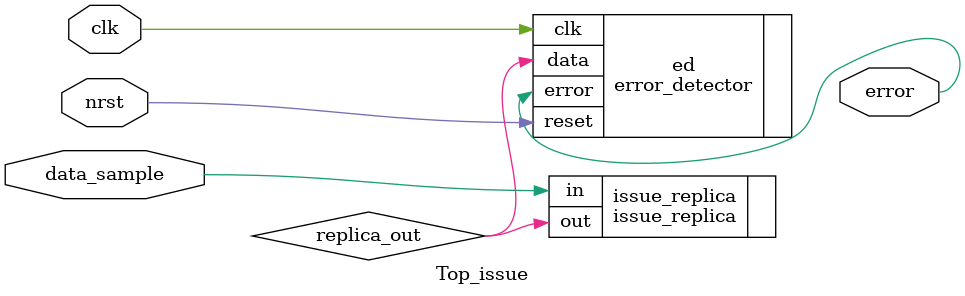
<source format=v>
module Top_issue (
    input clk,
    input nrst,
    input data_sample,
    output error
);

    wire replica_out;
    issue_replica issue_replica(
        .in(data_sample),
        .out(replica_out)
    );
    error_detector ed(
        .data(replica_out),
        .clk(clk),
        .reset(nrst),
        .error(error)
    ); 
endmodule
</source>
